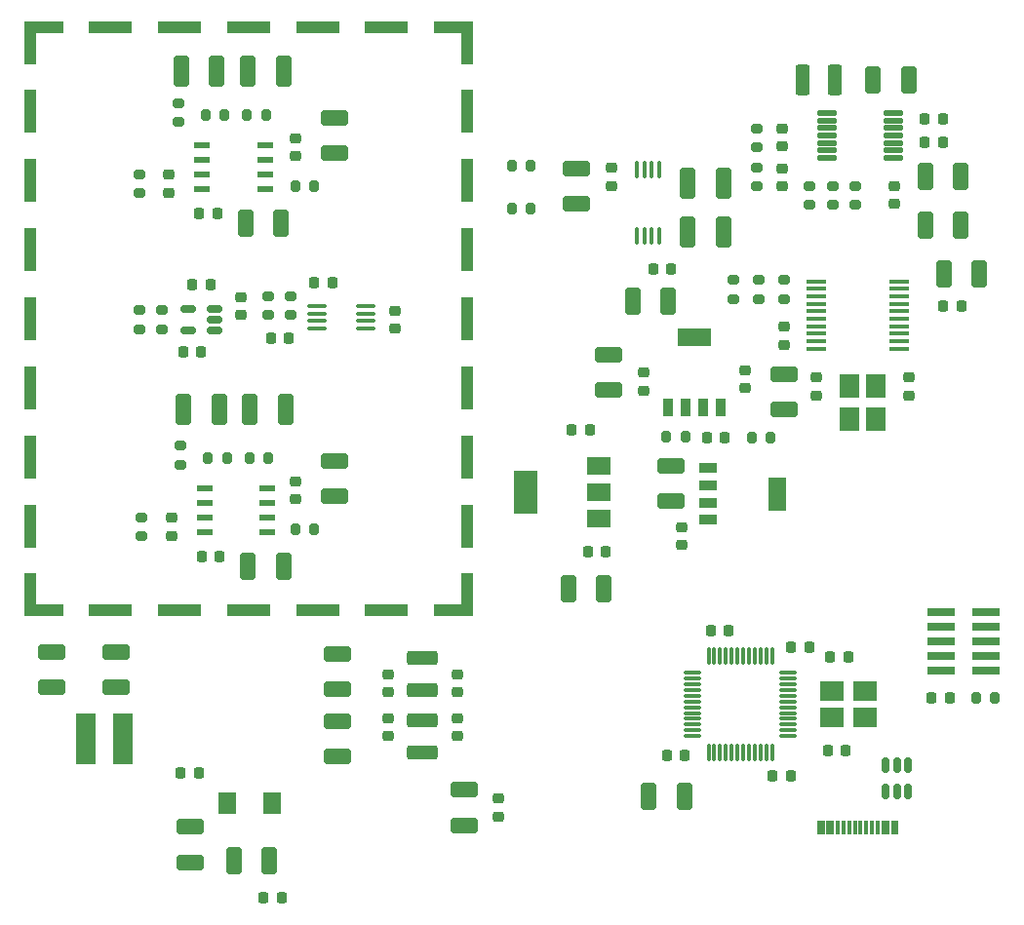
<source format=gbr>
%TF.GenerationSoftware,KiCad,Pcbnew,(6.0.0-0)*%
%TF.CreationDate,2022-09-04T12:08:37+02:00*%
%TF.ProjectId,RIAA_ADC,52494141-5f41-4444-932e-6b696361645f,rev?*%
%TF.SameCoordinates,Original*%
%TF.FileFunction,Paste,Top*%
%TF.FilePolarity,Positive*%
%FSLAX46Y46*%
G04 Gerber Fmt 4.6, Leading zero omitted, Abs format (unit mm)*
G04 Created by KiCad (PCBNEW (6.0.0-0)) date 2022-09-04 12:08:37*
%MOMM*%
%LPD*%
G01*
G04 APERTURE LIST*
G04 Aperture macros list*
%AMRoundRect*
0 Rectangle with rounded corners*
0 $1 Rounding radius*
0 $2 $3 $4 $5 $6 $7 $8 $9 X,Y pos of 4 corners*
0 Add a 4 corners polygon primitive as box body*
4,1,4,$2,$3,$4,$5,$6,$7,$8,$9,$2,$3,0*
0 Add four circle primitives for the rounded corners*
1,1,$1+$1,$2,$3*
1,1,$1+$1,$4,$5*
1,1,$1+$1,$6,$7*
1,1,$1+$1,$8,$9*
0 Add four rect primitives between the rounded corners*
20,1,$1+$1,$2,$3,$4,$5,0*
20,1,$1+$1,$4,$5,$6,$7,0*
20,1,$1+$1,$6,$7,$8,$9,0*
20,1,$1+$1,$8,$9,$2,$3,0*%
G04 Aperture macros list end*
%ADD10RoundRect,0.225000X0.250000X-0.225000X0.250000X0.225000X-0.250000X0.225000X-0.250000X-0.225000X0*%
%ADD11RoundRect,0.200000X0.275000X-0.200000X0.275000X0.200000X-0.275000X0.200000X-0.275000X-0.200000X0*%
%ADD12RoundRect,0.250000X-0.925000X0.412500X-0.925000X-0.412500X0.925000X-0.412500X0.925000X0.412500X0*%
%ADD13RoundRect,0.250000X0.412500X0.925000X-0.412500X0.925000X-0.412500X-0.925000X0.412500X-0.925000X0*%
%ADD14RoundRect,0.250000X-0.412500X-1.100000X0.412500X-1.100000X0.412500X1.100000X-0.412500X1.100000X0*%
%ADD15RoundRect,0.200000X-0.275000X0.200000X-0.275000X-0.200000X0.275000X-0.200000X0.275000X0.200000X0*%
%ADD16R,2.000000X1.500000*%
%ADD17R,2.000000X3.800000*%
%ADD18RoundRect,0.225000X-0.250000X0.225000X-0.250000X-0.225000X0.250000X-0.225000X0.250000X0.225000X0*%
%ADD19RoundRect,0.250000X-0.375000X-1.075000X0.375000X-1.075000X0.375000X1.075000X-0.375000X1.075000X0*%
%ADD20R,1.460500X0.558800*%
%ADD21R,1.800000X2.100000*%
%ADD22RoundRect,0.225000X-0.225000X-0.250000X0.225000X-0.250000X0.225000X0.250000X-0.225000X0.250000X0*%
%ADD23RoundRect,0.200000X-0.200000X-0.275000X0.200000X-0.275000X0.200000X0.275000X-0.200000X0.275000X0*%
%ADD24RoundRect,0.225000X0.225000X0.250000X-0.225000X0.250000X-0.225000X-0.250000X0.225000X-0.250000X0*%
%ADD25R,1.498600X1.905000*%
%ADD26R,1.600200X0.838200*%
%ADD27R,1.600200X2.997200*%
%ADD28RoundRect,0.250000X0.925000X-0.412500X0.925000X0.412500X-0.925000X0.412500X-0.925000X-0.412500X0*%
%ADD29RoundRect,0.075000X0.662500X0.075000X-0.662500X0.075000X-0.662500X-0.075000X0.662500X-0.075000X0*%
%ADD30RoundRect,0.075000X0.075000X0.662500X-0.075000X0.662500X-0.075000X-0.662500X0.075000X-0.662500X0*%
%ADD31RoundRect,0.150000X0.512500X0.150000X-0.512500X0.150000X-0.512500X-0.150000X0.512500X-0.150000X0*%
%ADD32RoundRect,0.250000X-0.412500X-0.925000X0.412500X-0.925000X0.412500X0.925000X-0.412500X0.925000X0*%
%ADD33RoundRect,0.020500X0.764500X0.184500X-0.764500X0.184500X-0.764500X-0.184500X0.764500X-0.184500X0*%
%ADD34RoundRect,0.150000X-0.150000X0.512500X-0.150000X-0.512500X0.150000X-0.512500X0.150000X0.512500X0*%
%ADD35R,2.100000X1.800000*%
%ADD36RoundRect,0.250000X1.075000X-0.375000X1.075000X0.375000X-1.075000X0.375000X-1.075000X-0.375000X0*%
%ADD37R,1.651000X0.431800*%
%ADD38R,0.300000X1.150000*%
%ADD39R,2.400000X0.740000*%
%ADD40RoundRect,0.250000X-1.075000X0.375000X-1.075000X-0.375000X1.075000X-0.375000X1.075000X0.375000X0*%
%ADD41R,1.000000X1.000000*%
%ADD42R,1.000000X3.800000*%
%ADD43R,3.800000X1.000000*%
%ADD44R,1.000000X2.700000*%
%ADD45R,2.350000X1.000000*%
%ADD46RoundRect,0.200000X0.200000X0.275000X-0.200000X0.275000X-0.200000X-0.275000X0.200000X-0.275000X0*%
%ADD47R,1.752600X4.495800*%
%ADD48R,0.838200X1.600200*%
%ADD49R,2.997200X1.600200*%
%ADD50RoundRect,0.100000X0.100000X-0.637500X0.100000X0.637500X-0.100000X0.637500X-0.100000X-0.637500X0*%
%ADD51RoundRect,0.100000X-0.712500X-0.100000X0.712500X-0.100000X0.712500X0.100000X-0.712500X0.100000X0*%
G04 APERTURE END LIST*
D10*
%TO.C,C74*%
X204002651Y-73950000D03*
X204002651Y-72400000D03*
%TD*%
%TO.C,C31*%
X169002651Y-67350000D03*
X169002651Y-65800000D03*
%TD*%
D11*
%TO.C,R20*%
X211802651Y-66000000D03*
X211802651Y-64350000D03*
%TD*%
%TO.C,R4*%
X163602651Y-50600000D03*
X163602651Y-48950000D03*
%TD*%
D12*
%TO.C,C48*%
X216200000Y-72500000D03*
X216200000Y-75575000D03*
%TD*%
D13*
%TO.C,C8*%
X172740151Y-89175000D03*
X169665151Y-89175000D03*
%TD*%
D14*
%TO.C,C15*%
X169640151Y-46175000D03*
X172765151Y-46175000D03*
%TD*%
D10*
%TO.C,C19*%
X173802651Y-53550000D03*
X173802651Y-52000000D03*
%TD*%
D15*
%TO.C,R17*%
X173402651Y-65750000D03*
X173402651Y-67400000D03*
%TD*%
D16*
%TO.C,U11*%
X200090151Y-85075000D03*
X200090151Y-82775000D03*
X200090151Y-80475000D03*
D17*
X193790151Y-82775000D03*
%TD*%
D18*
%TO.C,C57*%
X216002651Y-51200000D03*
X216002651Y-52750000D03*
%TD*%
%TO.C,C43*%
X207300000Y-85825000D03*
X207300000Y-87375000D03*
%TD*%
D19*
%TO.C,L5*%
X217800000Y-47000000D03*
X220600000Y-47000000D03*
%TD*%
D20*
%TO.C,U1*%
X165878501Y-82470000D03*
X165878501Y-83740000D03*
X165878501Y-85010000D03*
X165878501Y-86280000D03*
X171326801Y-86280000D03*
X171326801Y-85010000D03*
X171326801Y-83740000D03*
X171326801Y-82470000D03*
%TD*%
D14*
%TO.C,C13*%
X163840151Y-46175000D03*
X166965151Y-46175000D03*
%TD*%
D12*
%TO.C,C37*%
X177402651Y-102637500D03*
X177402651Y-105712500D03*
%TD*%
D10*
%TO.C,C18*%
X173802651Y-83350000D03*
X173802651Y-81800000D03*
%TD*%
D11*
%TO.C,R26*%
X220402651Y-57800000D03*
X220402651Y-56150000D03*
%TD*%
D18*
%TO.C,C3*%
X162802651Y-55200000D03*
X162802651Y-56750000D03*
%TD*%
D21*
%TO.C,Y2*%
X221850000Y-73550000D03*
X221850000Y-76450000D03*
X224150000Y-76450000D03*
X224150000Y-73550000D03*
%TD*%
D13*
%TO.C,C66*%
X200540151Y-91175000D03*
X197465151Y-91175000D03*
%TD*%
%TO.C,C9*%
X172540151Y-59375000D03*
X169465151Y-59375000D03*
%TD*%
D22*
%TO.C,C72*%
X228427651Y-50375000D03*
X229977651Y-50375000D03*
%TD*%
D14*
%TO.C,C54*%
X207840151Y-60175000D03*
X210965151Y-60175000D03*
%TD*%
D23*
%TO.C,R8*%
X169777651Y-79775000D03*
X171427651Y-79775000D03*
%TD*%
D24*
%TO.C,C11*%
X166977651Y-58575000D03*
X165427651Y-58575000D03*
%TD*%
D25*
%TO.C,L4*%
X167852651Y-109775000D03*
X171752651Y-109775000D03*
%TD*%
D26*
%TO.C,U8*%
X209577400Y-80639400D03*
X209577400Y-82138000D03*
X209577400Y-83662000D03*
X209577400Y-85160600D03*
D27*
X215622600Y-82900000D03*
%TD*%
D28*
%TO.C,C17*%
X177202651Y-53312500D03*
X177202651Y-50237500D03*
%TD*%
D15*
%TO.C,R1*%
X160402651Y-84950000D03*
X160402651Y-86600000D03*
%TD*%
D24*
%TO.C,C56*%
X206377651Y-63375000D03*
X204827651Y-63375000D03*
%TD*%
D29*
%TO.C,U3*%
X216562500Y-103950000D03*
X216562500Y-103450000D03*
X216562500Y-102950000D03*
X216562500Y-102450000D03*
X216562500Y-101950000D03*
X216562500Y-101450000D03*
X216562500Y-100950000D03*
X216562500Y-100450000D03*
X216562500Y-99950000D03*
X216562500Y-99450000D03*
X216562500Y-98950000D03*
X216562500Y-98450000D03*
D30*
X215150000Y-97037500D03*
X214650000Y-97037500D03*
X214150000Y-97037500D03*
X213650000Y-97037500D03*
X213150000Y-97037500D03*
X212650000Y-97037500D03*
X212150000Y-97037500D03*
X211650000Y-97037500D03*
X211150000Y-97037500D03*
X210650000Y-97037500D03*
X210150000Y-97037500D03*
X209650000Y-97037500D03*
D29*
X208237500Y-98450000D03*
X208237500Y-98950000D03*
X208237500Y-99450000D03*
X208237500Y-99950000D03*
X208237500Y-100450000D03*
X208237500Y-100950000D03*
X208237500Y-101450000D03*
X208237500Y-101950000D03*
X208237500Y-102450000D03*
X208237500Y-102950000D03*
X208237500Y-103450000D03*
X208237500Y-103950000D03*
D30*
X209650000Y-105362500D03*
X210150000Y-105362500D03*
X210650000Y-105362500D03*
X211150000Y-105362500D03*
X211650000Y-105362500D03*
X212150000Y-105362500D03*
X212650000Y-105362500D03*
X213150000Y-105362500D03*
X213650000Y-105362500D03*
X214150000Y-105362500D03*
X214650000Y-105362500D03*
X215150000Y-105362500D03*
%TD*%
D18*
%TO.C,C64*%
X225802651Y-56200000D03*
X225802651Y-57750000D03*
%TD*%
D24*
%TO.C,C73*%
X199315151Y-77375000D03*
X197765151Y-77375000D03*
%TD*%
D22*
%TO.C,C7*%
X229025000Y-100600000D03*
X230575000Y-100600000D03*
%TD*%
D28*
%TO.C,C16*%
X177202651Y-83112500D03*
X177202651Y-80037500D03*
%TD*%
D22*
%TO.C,C35*%
X164027651Y-70575000D03*
X165577651Y-70575000D03*
%TD*%
D23*
%TO.C,R27*%
X205977651Y-77975000D03*
X207627651Y-77975000D03*
%TD*%
D11*
%TO.C,R24*%
X218402651Y-57800000D03*
X218402651Y-56150000D03*
%TD*%
D18*
%TO.C,C42*%
X187802651Y-102400000D03*
X187802651Y-103950000D03*
%TD*%
D12*
%TO.C,C59*%
X188402651Y-108637500D03*
X188402651Y-111712500D03*
%TD*%
D31*
%TO.C,U5*%
X166740151Y-68725000D03*
X166740151Y-67775000D03*
X166740151Y-66825000D03*
X164465151Y-66825000D03*
X164465151Y-68725000D03*
%TD*%
D18*
%TO.C,C49*%
X201202651Y-54600000D03*
X201202651Y-56150000D03*
%TD*%
D11*
%TO.C,R18*%
X171402651Y-67400000D03*
X171402651Y-65750000D03*
%TD*%
D32*
%TO.C,C63*%
X228465151Y-55375000D03*
X231540151Y-55375000D03*
%TD*%
D18*
%TO.C,C62*%
X191402651Y-109400000D03*
X191402651Y-110950000D03*
%TD*%
D33*
%TO.C,U12*%
X225672651Y-53725000D03*
X225672651Y-53075000D03*
X225672651Y-52425000D03*
X225672651Y-51775000D03*
X225672651Y-51125000D03*
X225672651Y-50475000D03*
X225672651Y-49825000D03*
X219932651Y-49825000D03*
X219932651Y-50475000D03*
X219932651Y-51125000D03*
X219932651Y-51775000D03*
X219932651Y-52425000D03*
X219932651Y-53075000D03*
X219932651Y-53725000D03*
%TD*%
D34*
%TO.C,U7*%
X226950000Y-106462500D03*
X226000000Y-106462500D03*
X225050000Y-106462500D03*
X225050000Y-108737500D03*
X226000000Y-108737500D03*
X226950000Y-108737500D03*
%TD*%
D13*
%TO.C,C28*%
X207537500Y-109200000D03*
X204462500Y-109200000D03*
%TD*%
D23*
%TO.C,R11*%
X173777651Y-56175000D03*
X175427651Y-56175000D03*
%TD*%
D22*
%TO.C,C36*%
X171627651Y-69375000D03*
X173177651Y-69375000D03*
%TD*%
D35*
%TO.C,Y1*%
X220350000Y-102350000D03*
X223250000Y-102350000D03*
X223250000Y-100050000D03*
X220350000Y-100050000D03*
%TD*%
D13*
%TO.C,C51*%
X171540151Y-114775000D03*
X168465151Y-114775000D03*
%TD*%
D24*
%TO.C,C32*%
X211075000Y-78000000D03*
X209525000Y-78000000D03*
%TD*%
D20*
%TO.C,U2*%
X165678501Y-52670000D03*
X165678501Y-53940000D03*
X165678501Y-55210000D03*
X165678501Y-56480000D03*
X171126801Y-56480000D03*
X171126801Y-55210000D03*
X171126801Y-53940000D03*
X171126801Y-52670000D03*
%TD*%
D36*
%TO.C,L2*%
X184802651Y-105375000D03*
X184802651Y-102575000D03*
%TD*%
D23*
%TO.C,R10*%
X173777651Y-85975000D03*
X175427651Y-85975000D03*
%TD*%
%TO.C,R13*%
X192577651Y-54375000D03*
X194227651Y-54375000D03*
%TD*%
D37*
%TO.C,U10*%
X218970451Y-64450000D03*
X218970451Y-65100001D03*
X218970451Y-65749999D03*
X218970451Y-66400001D03*
X218970451Y-67049999D03*
X218970451Y-67699998D03*
X218970451Y-68349999D03*
X218970451Y-68999998D03*
X218970451Y-69649999D03*
X218970451Y-70299998D03*
X226234851Y-70300000D03*
X226234851Y-69650002D03*
X226234851Y-69000001D03*
X226234851Y-68350002D03*
X226234851Y-67700001D03*
X226234851Y-67050002D03*
X226234851Y-66400001D03*
X226234851Y-65750002D03*
X226234851Y-65100001D03*
X226234851Y-64450002D03*
%TD*%
D11*
%TO.C,R25*%
X222402651Y-57800000D03*
X222402651Y-56150000D03*
%TD*%
D24*
%TO.C,C34*%
X166377651Y-64775000D03*
X164827651Y-64775000D03*
%TD*%
D18*
%TO.C,C50*%
X216202651Y-68400000D03*
X216202651Y-69950000D03*
%TD*%
D15*
%TO.C,R16*%
X162202651Y-66950000D03*
X162202651Y-68600000D03*
%TD*%
D11*
%TO.C,R22*%
X213802651Y-52800000D03*
X213802651Y-51150000D03*
%TD*%
%TO.C,R15*%
X160202651Y-68600000D03*
X160202651Y-66950000D03*
%TD*%
D38*
%TO.C,J5*%
X219250000Y-111930000D03*
X220050000Y-111930000D03*
X221350000Y-111930000D03*
X222350000Y-111930000D03*
X222850000Y-111930000D03*
X223850000Y-111930000D03*
X225150000Y-111930000D03*
X225950000Y-111930000D03*
X225650000Y-111930000D03*
X224850000Y-111930000D03*
X224350000Y-111930000D03*
X223350000Y-111930000D03*
X221850000Y-111930000D03*
X220850000Y-111930000D03*
X220350000Y-111930000D03*
X219550000Y-111930000D03*
%TD*%
D11*
%TO.C,R3*%
X163802651Y-80400000D03*
X163802651Y-78750000D03*
%TD*%
D28*
%TO.C,C75*%
X201002651Y-73912500D03*
X201002651Y-70837500D03*
%TD*%
D39*
%TO.C,J4*%
X229850000Y-93160000D03*
X233750000Y-93160000D03*
X229850000Y-94430000D03*
X233750000Y-94430000D03*
X229850000Y-95700000D03*
X233750000Y-95700000D03*
X229850000Y-96970000D03*
X233750000Y-96970000D03*
X229850000Y-98240000D03*
X233750000Y-98240000D03*
%TD*%
D40*
%TO.C,L3*%
X184802651Y-97175000D03*
X184802651Y-99975000D03*
%TD*%
D24*
%TO.C,C4*%
X221775000Y-97100000D03*
X220225000Y-97100000D03*
%TD*%
%TO.C,C20*%
X211400000Y-94800000D03*
X209850000Y-94800000D03*
%TD*%
%TO.C,C68*%
X200715151Y-87975000D03*
X199165151Y-87975000D03*
%TD*%
%TO.C,C52*%
X172577651Y-117975000D03*
X171027651Y-117975000D03*
%TD*%
D28*
%TO.C,C27*%
X158202651Y-99712500D03*
X158202651Y-96637500D03*
%TD*%
D11*
%TO.C,R21*%
X216202651Y-66000000D03*
X216202651Y-64350000D03*
%TD*%
D22*
%TO.C,C26*%
X206025000Y-105600000D03*
X207575000Y-105600000D03*
%TD*%
D14*
%TO.C,C12*%
X164040151Y-75575000D03*
X167165151Y-75575000D03*
%TD*%
%TO.C,C55*%
X207840151Y-55975000D03*
X210965151Y-55975000D03*
%TD*%
D28*
%TO.C,C25*%
X152602651Y-99712500D03*
X152602651Y-96637500D03*
%TD*%
D32*
%TO.C,C53*%
X203065151Y-66175000D03*
X206140151Y-66175000D03*
%TD*%
D41*
%TO.C,SHIELD1*%
X150750000Y-93000000D03*
D42*
X150750000Y-73700000D03*
D43*
X157700000Y-93000000D03*
X175700000Y-93000000D03*
D41*
X188650000Y-93000000D03*
D44*
X188650000Y-44250000D03*
D42*
X150750000Y-61700000D03*
D43*
X157700000Y-42400000D03*
D41*
X188650000Y-42400000D03*
D45*
X152425000Y-42400000D03*
D44*
X188650000Y-91150000D03*
D43*
X163700000Y-42400000D03*
D42*
X188650000Y-67700000D03*
X150750000Y-55700000D03*
D43*
X175700000Y-42400000D03*
D42*
X150750000Y-67700000D03*
D44*
X150750000Y-44250000D03*
D45*
X152425000Y-93000000D03*
X186975000Y-42400000D03*
D42*
X188650000Y-79700000D03*
X188650000Y-49700000D03*
X150750000Y-79700000D03*
D45*
X186975000Y-93000000D03*
D42*
X150750000Y-85700000D03*
X188650000Y-61700000D03*
X188650000Y-73700000D03*
D43*
X181700000Y-93000000D03*
X169700000Y-93000000D03*
X169700000Y-42400000D03*
X163700000Y-93000000D03*
X181700000Y-42400000D03*
D41*
X150750000Y-42400000D03*
D44*
X150750000Y-91150000D03*
D42*
X188650000Y-85700000D03*
X150750000Y-49700000D03*
X188650000Y-55700000D03*
%TD*%
D46*
%TO.C,R14*%
X215025000Y-78000000D03*
X213375000Y-78000000D03*
%TD*%
D11*
%TO.C,R19*%
X214002651Y-66000000D03*
X214002651Y-64350000D03*
%TD*%
D18*
%TO.C,C2*%
X163002651Y-85000000D03*
X163002651Y-86550000D03*
%TD*%
D23*
%TO.C,R6*%
X166177651Y-79775000D03*
X167827651Y-79775000D03*
%TD*%
D47*
%TO.C,L1*%
X155577650Y-104175000D03*
X158827652Y-104175000D03*
%TD*%
D12*
%TO.C,C47*%
X198202651Y-54637500D03*
X198202651Y-57712500D03*
%TD*%
D10*
%TO.C,C60*%
X219002651Y-74350000D03*
X219002651Y-72800000D03*
%TD*%
D14*
%TO.C,C14*%
X169840151Y-75575000D03*
X172965151Y-75575000D03*
%TD*%
D12*
%TO.C,C46*%
X164602651Y-111837500D03*
X164602651Y-114912500D03*
%TD*%
D10*
%TO.C,C58*%
X216002651Y-56175000D03*
X216002651Y-54625000D03*
%TD*%
D32*
%TO.C,C61*%
X228465151Y-59575000D03*
X231540151Y-59575000D03*
%TD*%
D24*
%TO.C,C1*%
X221575000Y-105200000D03*
X220025000Y-105200000D03*
%TD*%
D23*
%TO.C,R9*%
X169577651Y-49975000D03*
X171227651Y-49975000D03*
%TD*%
D24*
%TO.C,C24*%
X216775000Y-107400000D03*
X215225000Y-107400000D03*
%TD*%
D22*
%TO.C,C71*%
X230027651Y-66575000D03*
X231577651Y-66575000D03*
%TD*%
D23*
%TO.C,R12*%
X192577651Y-58175000D03*
X194227651Y-58175000D03*
%TD*%
D24*
%TO.C,C29*%
X165377651Y-107175000D03*
X163827651Y-107175000D03*
%TD*%
D22*
%TO.C,C21*%
X216825000Y-96200000D03*
X218375000Y-96200000D03*
%TD*%
D10*
%TO.C,C65*%
X227002651Y-74350000D03*
X227002651Y-72800000D03*
%TD*%
D48*
%TO.C,U13*%
X206142051Y-75397600D03*
X207640651Y-75397600D03*
X209164651Y-75397600D03*
X210663251Y-75397600D03*
D49*
X208402651Y-69352400D03*
%TD*%
D22*
%TO.C,C38*%
X175427651Y-64575000D03*
X176977651Y-64575000D03*
%TD*%
%TO.C,C67*%
X228427651Y-52375000D03*
X229977651Y-52375000D03*
%TD*%
D50*
%TO.C,U9*%
X203427651Y-60500000D03*
X204077651Y-60500000D03*
X204727651Y-60500000D03*
X205377651Y-60500000D03*
X205377651Y-54775000D03*
X204727651Y-54775000D03*
X204077651Y-54775000D03*
X203427651Y-54775000D03*
%TD*%
D10*
%TO.C,C44*%
X187802651Y-100150000D03*
X187802651Y-98600000D03*
%TD*%
D15*
%TO.C,R2*%
X160202651Y-55150000D03*
X160202651Y-56800000D03*
%TD*%
D10*
%TO.C,C40*%
X181802651Y-103950000D03*
X181802651Y-102400000D03*
%TD*%
D18*
%TO.C,C41*%
X181802651Y-98600000D03*
X181802651Y-100150000D03*
%TD*%
D24*
%TO.C,C10*%
X167177651Y-88375000D03*
X165627651Y-88375000D03*
%TD*%
D51*
%TO.C,U6*%
X175690151Y-66600000D03*
X175690151Y-67250000D03*
X175690151Y-67900000D03*
X175690151Y-68550000D03*
X179915151Y-68550000D03*
X179915151Y-67900000D03*
X179915151Y-67250000D03*
X179915151Y-66600000D03*
%TD*%
D23*
%TO.C,R7*%
X165977651Y-49975000D03*
X167627651Y-49975000D03*
%TD*%
D46*
%TO.C,R5*%
X234525000Y-100600000D03*
X232875000Y-100600000D03*
%TD*%
D18*
%TO.C,C30*%
X182402651Y-67000000D03*
X182402651Y-68550000D03*
%TD*%
D28*
%TO.C,C33*%
X206400000Y-83537500D03*
X206400000Y-80462500D03*
%TD*%
D13*
%TO.C,C70*%
X227000000Y-46975000D03*
X223925000Y-46975000D03*
%TD*%
D18*
%TO.C,C76*%
X212802651Y-72200000D03*
X212802651Y-73750000D03*
%TD*%
D11*
%TO.C,R23*%
X213802651Y-56200000D03*
X213802651Y-54550000D03*
%TD*%
D12*
%TO.C,C39*%
X177402651Y-96837500D03*
X177402651Y-99912500D03*
%TD*%
D32*
%TO.C,C69*%
X230065151Y-63775000D03*
X233140151Y-63775000D03*
%TD*%
M02*

</source>
